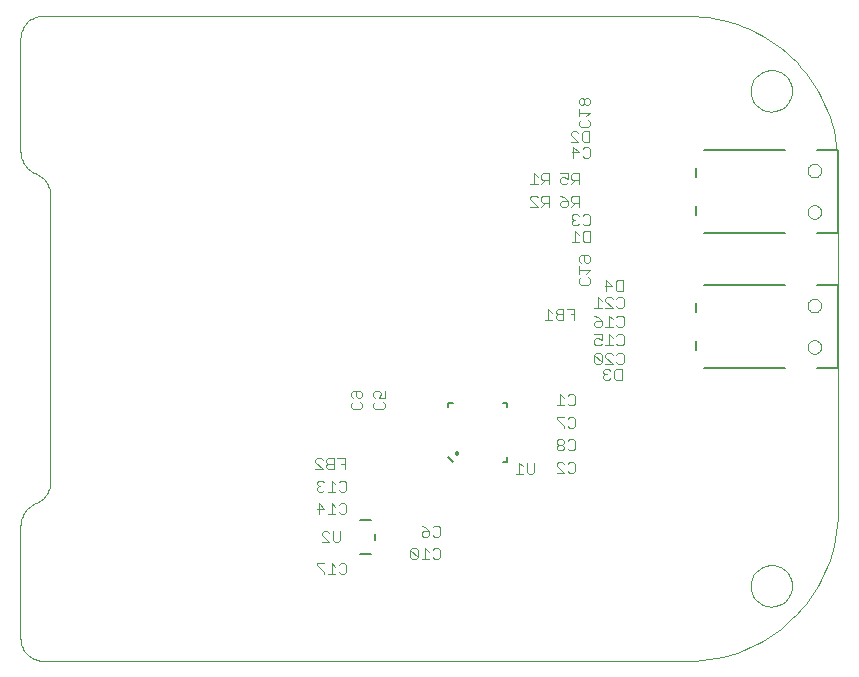
<source format=gbo>
G75*
G70*
%OFA0B0*%
%FSLAX24Y24*%
%IPPOS*%
%LPD*%
%AMOC8*
5,1,8,0,0,1.08239X$1,22.5*
%
%ADD10C,0.0030*%
%ADD11C,0.0080*%
%ADD12C,0.0050*%
%ADD13C,0.0000*%
D10*
X017126Y005849D02*
X017373Y005602D01*
X017373Y005540D01*
X017495Y005540D02*
X017742Y005540D01*
X017618Y005540D02*
X017618Y005910D01*
X017742Y005787D01*
X017863Y005849D02*
X017925Y005910D01*
X018048Y005910D01*
X018110Y005849D01*
X018110Y005602D01*
X018048Y005540D01*
X017925Y005540D01*
X017863Y005602D01*
X017373Y005910D02*
X017126Y005910D01*
X017126Y005849D01*
X017295Y006615D02*
X017542Y006615D01*
X017295Y006862D01*
X017295Y006924D01*
X017357Y006985D01*
X017480Y006985D01*
X017542Y006924D01*
X017663Y006985D02*
X017663Y006677D01*
X017725Y006615D01*
X017848Y006615D01*
X017910Y006677D01*
X017910Y006985D01*
X017925Y007540D02*
X017863Y007602D01*
X017925Y007540D02*
X018048Y007540D01*
X018110Y007602D01*
X018110Y007849D01*
X018048Y007910D01*
X017925Y007910D01*
X017863Y007849D01*
X017742Y007787D02*
X017618Y007910D01*
X017618Y007540D01*
X017495Y007540D02*
X017742Y007540D01*
X017373Y007725D02*
X017126Y007725D01*
X017188Y007540D02*
X017188Y007910D01*
X017373Y007725D01*
X017312Y008290D02*
X017373Y008352D01*
X017312Y008290D02*
X017188Y008290D01*
X017126Y008352D01*
X017126Y008413D01*
X017188Y008475D01*
X017250Y008475D01*
X017188Y008475D02*
X017126Y008537D01*
X017126Y008599D01*
X017188Y008660D01*
X017312Y008660D01*
X017373Y008599D01*
X017618Y008660D02*
X017618Y008290D01*
X017495Y008290D02*
X017742Y008290D01*
X017863Y008352D02*
X017925Y008290D01*
X018048Y008290D01*
X018110Y008352D01*
X018110Y008599D01*
X018048Y008660D01*
X017925Y008660D01*
X017863Y008599D01*
X017742Y008537D02*
X017618Y008660D01*
X017692Y009040D02*
X017507Y009040D01*
X017445Y009102D01*
X017445Y009163D01*
X017507Y009225D01*
X017692Y009225D01*
X017692Y009040D02*
X017692Y009410D01*
X017507Y009410D01*
X017445Y009349D01*
X017445Y009287D01*
X017507Y009225D01*
X017323Y009349D02*
X017262Y009410D01*
X017138Y009410D01*
X017076Y009349D01*
X017076Y009287D01*
X017323Y009040D01*
X017076Y009040D01*
X017813Y009410D02*
X018060Y009410D01*
X018060Y009040D01*
X018060Y009225D02*
X017937Y009225D01*
X018327Y011040D02*
X018265Y011102D01*
X018265Y011225D01*
X018327Y011287D01*
X018327Y011408D02*
X018265Y011470D01*
X018265Y011593D01*
X018327Y011655D01*
X018574Y011655D01*
X018635Y011593D01*
X018635Y011470D01*
X018574Y011408D01*
X018512Y011408D01*
X018450Y011470D01*
X018450Y011655D01*
X019015Y011593D02*
X019015Y011470D01*
X019077Y011408D01*
X019077Y011287D02*
X019015Y011225D01*
X019015Y011102D01*
X019077Y011040D01*
X019324Y011040D01*
X019385Y011102D01*
X019385Y011225D01*
X019324Y011287D01*
X019385Y011408D02*
X019200Y011408D01*
X019262Y011532D01*
X019262Y011593D01*
X019200Y011655D01*
X019077Y011655D01*
X019015Y011593D01*
X019385Y011655D02*
X019385Y011408D01*
X018635Y011225D02*
X018635Y011102D01*
X018574Y011040D01*
X018327Y011040D01*
X018574Y011287D02*
X018635Y011225D01*
X023756Y008890D02*
X024003Y008890D01*
X023880Y008890D02*
X023880Y009260D01*
X024003Y009137D01*
X024125Y009260D02*
X024125Y008952D01*
X024186Y008890D01*
X024310Y008890D01*
X024372Y008952D01*
X024372Y009260D01*
X025120Y009224D02*
X025182Y009285D01*
X025305Y009285D01*
X025367Y009224D01*
X025488Y009224D02*
X025550Y009285D01*
X025673Y009285D01*
X025735Y009224D01*
X025735Y008977D01*
X025673Y008915D01*
X025550Y008915D01*
X025488Y008977D01*
X025367Y008915D02*
X025120Y009162D01*
X025120Y009224D01*
X025120Y008915D02*
X025367Y008915D01*
X025305Y009665D02*
X025367Y009727D01*
X025367Y009788D01*
X025305Y009850D01*
X025367Y009912D01*
X025367Y009974D01*
X025305Y010035D01*
X025182Y010035D01*
X025120Y009974D01*
X025120Y009912D01*
X025182Y009850D01*
X025305Y009850D01*
X025182Y009850D02*
X025120Y009788D01*
X025120Y009727D01*
X025182Y009665D01*
X025305Y009665D01*
X025488Y009727D02*
X025550Y009665D01*
X025673Y009665D01*
X025735Y009727D01*
X025735Y009974D01*
X025673Y010035D01*
X025550Y010035D01*
X025488Y009974D01*
X025550Y010415D02*
X025488Y010477D01*
X025550Y010415D02*
X025673Y010415D01*
X025735Y010477D01*
X025735Y010724D01*
X025673Y010785D01*
X025550Y010785D01*
X025488Y010724D01*
X025367Y010785D02*
X025120Y010785D01*
X025120Y010724D01*
X025367Y010477D01*
X025367Y010415D01*
X025367Y011165D02*
X025120Y011165D01*
X025243Y011165D02*
X025243Y011535D01*
X025367Y011412D01*
X025488Y011474D02*
X025550Y011535D01*
X025673Y011535D01*
X025735Y011474D01*
X025735Y011227D01*
X025673Y011165D01*
X025550Y011165D01*
X025488Y011227D01*
X026670Y012077D02*
X026732Y012015D01*
X026855Y012015D01*
X026917Y012077D01*
X027038Y012077D02*
X027038Y012324D01*
X027100Y012385D01*
X027285Y012385D01*
X027285Y012015D01*
X027100Y012015D01*
X027038Y012077D01*
X026793Y012200D02*
X026732Y012200D01*
X026670Y012138D01*
X026670Y012077D01*
X026732Y012200D02*
X026670Y012262D01*
X026670Y012324D01*
X026732Y012385D01*
X026855Y012385D01*
X026917Y012324D01*
X026992Y012540D02*
X026745Y012540D01*
X026623Y012602D02*
X026376Y012849D01*
X026376Y012602D01*
X026438Y012540D01*
X026562Y012540D01*
X026623Y012602D01*
X026623Y012849D01*
X026562Y012910D01*
X026438Y012910D01*
X026376Y012849D01*
X026745Y012849D02*
X026807Y012910D01*
X026930Y012910D01*
X026992Y012849D01*
X027113Y012849D02*
X027175Y012910D01*
X027298Y012910D01*
X027360Y012849D01*
X027360Y012602D01*
X027298Y012540D01*
X027175Y012540D01*
X027113Y012602D01*
X026992Y012540D02*
X026745Y012787D01*
X026745Y012849D01*
X026745Y013165D02*
X026992Y013165D01*
X026868Y013165D02*
X026868Y013535D01*
X026992Y013412D01*
X027113Y013474D02*
X027175Y013535D01*
X027298Y013535D01*
X027360Y013474D01*
X027360Y013227D01*
X027298Y013165D01*
X027175Y013165D01*
X027113Y013227D01*
X026623Y013227D02*
X026562Y013165D01*
X026438Y013165D01*
X026376Y013227D01*
X026376Y013350D01*
X026438Y013412D01*
X026500Y013412D01*
X026623Y013350D01*
X026623Y013535D01*
X026376Y013535D01*
X026438Y013790D02*
X026376Y013852D01*
X026376Y013913D01*
X026438Y013975D01*
X026623Y013975D01*
X026623Y013852D01*
X026562Y013790D01*
X026438Y013790D01*
X026623Y013975D02*
X026500Y014099D01*
X026376Y014160D01*
X026376Y014415D02*
X026623Y014415D01*
X026745Y014415D02*
X026992Y014415D01*
X026745Y014662D01*
X026745Y014724D01*
X026807Y014785D01*
X026930Y014785D01*
X026992Y014724D01*
X027113Y014724D02*
X027175Y014785D01*
X027298Y014785D01*
X027360Y014724D01*
X027360Y014477D01*
X027298Y014415D01*
X027175Y014415D01*
X027113Y014477D01*
X027175Y014160D02*
X027298Y014160D01*
X027360Y014099D01*
X027360Y013852D01*
X027298Y013790D01*
X027175Y013790D01*
X027113Y013852D01*
X026992Y013790D02*
X026745Y013790D01*
X026868Y013790D02*
X026868Y014160D01*
X026992Y014037D01*
X027113Y014099D02*
X027175Y014160D01*
X026500Y014415D02*
X026500Y014785D01*
X026623Y014662D01*
X026782Y014965D02*
X026782Y015335D01*
X026967Y015150D01*
X026720Y015150D01*
X027088Y015027D02*
X027088Y015274D01*
X027150Y015335D01*
X027335Y015335D01*
X027335Y014965D01*
X027150Y014965D01*
X027088Y015027D01*
X026235Y015247D02*
X026174Y015185D01*
X025927Y015185D01*
X025865Y015247D01*
X025865Y015370D01*
X025927Y015432D01*
X025865Y015553D02*
X025865Y015800D01*
X025865Y015677D02*
X026235Y015677D01*
X026112Y015553D01*
X026174Y015432D02*
X026235Y015370D01*
X026235Y015247D01*
X026174Y015922D02*
X026112Y015922D01*
X026050Y015983D01*
X026050Y016169D01*
X025927Y016169D02*
X026174Y016169D01*
X026235Y016107D01*
X026235Y015983D01*
X026174Y015922D01*
X025927Y015922D02*
X025865Y015983D01*
X025865Y016107D01*
X025927Y016169D01*
X025867Y016615D02*
X025620Y016615D01*
X025743Y016615D02*
X025743Y016985D01*
X025867Y016862D01*
X025988Y016924D02*
X026050Y016985D01*
X026235Y016985D01*
X026235Y016615D01*
X026050Y016615D01*
X025988Y016677D01*
X025988Y016924D01*
X026050Y017165D02*
X025988Y017227D01*
X026050Y017165D02*
X026173Y017165D01*
X026235Y017227D01*
X026235Y017474D01*
X026173Y017535D01*
X026050Y017535D01*
X025988Y017474D01*
X025867Y017474D02*
X025805Y017535D01*
X025682Y017535D01*
X025620Y017474D01*
X025620Y017412D01*
X025682Y017350D01*
X025620Y017288D01*
X025620Y017227D01*
X025682Y017165D01*
X025805Y017165D01*
X025867Y017227D01*
X025743Y017350D02*
X025682Y017350D01*
X025613Y017790D02*
X025737Y017913D01*
X025675Y017913D02*
X025860Y017913D01*
X025860Y017790D02*
X025860Y018160D01*
X025675Y018160D01*
X025613Y018099D01*
X025613Y017975D01*
X025675Y017913D01*
X025492Y017852D02*
X025430Y017790D01*
X025307Y017790D01*
X025245Y017852D01*
X025245Y017913D01*
X025307Y017975D01*
X025492Y017975D01*
X025492Y017852D01*
X025492Y017975D02*
X025368Y018099D01*
X025245Y018160D01*
X025307Y018540D02*
X025430Y018540D01*
X025492Y018602D01*
X025492Y018725D02*
X025368Y018787D01*
X025307Y018787D01*
X025245Y018725D01*
X025245Y018602D01*
X025307Y018540D01*
X025492Y018725D02*
X025492Y018910D01*
X025245Y018910D01*
X025613Y018849D02*
X025613Y018725D01*
X025675Y018663D01*
X025860Y018663D01*
X025860Y018540D02*
X025860Y018910D01*
X025675Y018910D01*
X025613Y018849D01*
X025737Y018663D02*
X025613Y018540D01*
X024860Y018540D02*
X024860Y018910D01*
X024675Y018910D01*
X024613Y018849D01*
X024613Y018725D01*
X024675Y018663D01*
X024860Y018663D01*
X024737Y018663D02*
X024613Y018540D01*
X024492Y018540D02*
X024245Y018540D01*
X024368Y018540D02*
X024368Y018910D01*
X024492Y018787D01*
X024430Y018160D02*
X024492Y018099D01*
X024430Y018160D02*
X024307Y018160D01*
X024245Y018099D01*
X024245Y018037D01*
X024492Y017790D01*
X024245Y017790D01*
X024613Y017790D02*
X024737Y017913D01*
X024675Y017913D02*
X024860Y017913D01*
X024860Y017790D02*
X024860Y018160D01*
X024675Y018160D01*
X024613Y018099D01*
X024613Y017975D01*
X024675Y017913D01*
X025682Y019415D02*
X025682Y019785D01*
X025867Y019600D01*
X025620Y019600D01*
X025988Y019477D02*
X026050Y019415D01*
X026173Y019415D01*
X026235Y019477D01*
X026235Y019724D01*
X026173Y019785D01*
X026050Y019785D01*
X025988Y019724D01*
X026025Y019940D02*
X025963Y020002D01*
X025963Y020249D01*
X026025Y020310D01*
X026210Y020310D01*
X026210Y019940D01*
X026025Y019940D01*
X025842Y019940D02*
X025595Y020187D01*
X025595Y020249D01*
X025657Y020310D01*
X025780Y020310D01*
X025842Y020249D01*
X025927Y020435D02*
X025865Y020497D01*
X025865Y020620D01*
X025927Y020682D01*
X025865Y020803D02*
X025865Y021050D01*
X025865Y020927D02*
X026235Y020927D01*
X026112Y020803D01*
X026174Y020682D02*
X026235Y020620D01*
X026235Y020497D01*
X026174Y020435D01*
X025927Y020435D01*
X025842Y019940D02*
X025595Y019940D01*
X025927Y021172D02*
X025988Y021172D01*
X026050Y021233D01*
X026050Y021357D01*
X025988Y021419D01*
X025927Y021419D01*
X025865Y021357D01*
X025865Y021233D01*
X025927Y021172D01*
X026050Y021233D02*
X026112Y021172D01*
X026174Y021172D01*
X026235Y021233D01*
X026235Y021357D01*
X026174Y021419D01*
X026112Y021419D01*
X026050Y021357D01*
X025710Y014385D02*
X025463Y014385D01*
X025342Y014385D02*
X025157Y014385D01*
X025095Y014324D01*
X025095Y014262D01*
X025157Y014200D01*
X025342Y014200D01*
X025342Y014015D02*
X025342Y014385D01*
X025157Y014200D02*
X025095Y014138D01*
X025095Y014077D01*
X025157Y014015D01*
X025342Y014015D01*
X025587Y014200D02*
X025710Y014200D01*
X025710Y014015D02*
X025710Y014385D01*
X024973Y014262D02*
X024850Y014385D01*
X024850Y014015D01*
X024973Y014015D02*
X024726Y014015D01*
X021173Y007160D02*
X021235Y007099D01*
X021235Y006852D01*
X021173Y006790D01*
X021050Y006790D01*
X020988Y006852D01*
X020867Y006852D02*
X020867Y006975D01*
X020682Y006975D01*
X020620Y006913D01*
X020620Y006852D01*
X020682Y006790D01*
X020805Y006790D01*
X020867Y006852D01*
X020867Y006975D02*
X020743Y007099D01*
X020620Y007160D01*
X020988Y007099D02*
X021050Y007160D01*
X021173Y007160D01*
X021173Y006410D02*
X021235Y006349D01*
X021235Y006102D01*
X021173Y006040D01*
X021050Y006040D01*
X020988Y006102D01*
X020867Y006040D02*
X020620Y006040D01*
X020743Y006040D02*
X020743Y006410D01*
X020867Y006287D01*
X020988Y006349D02*
X021050Y006410D01*
X021173Y006410D01*
X020498Y006349D02*
X020498Y006102D01*
X020251Y006349D01*
X020251Y006102D01*
X020313Y006040D01*
X020437Y006040D01*
X020498Y006102D01*
X020498Y006349D02*
X020437Y006410D01*
X020313Y006410D01*
X020251Y006349D01*
D11*
X019069Y006669D02*
X019069Y006881D01*
X018919Y007335D02*
X018581Y007335D01*
X018581Y006215D02*
X018919Y006215D01*
D12*
X021673Y009291D02*
X021516Y009448D01*
X021752Y009566D02*
X021754Y009578D01*
X021759Y009589D01*
X021768Y009598D01*
X021779Y009603D01*
X021791Y009605D01*
X021803Y009603D01*
X021814Y009598D01*
X021823Y009589D01*
X021828Y009578D01*
X021830Y009566D01*
X021828Y009554D01*
X021823Y009543D01*
X021814Y009534D01*
X021803Y009529D01*
X021791Y009527D01*
X021779Y009529D01*
X021768Y009534D01*
X021759Y009543D01*
X021754Y009554D01*
X021752Y009566D01*
X023327Y009291D02*
X023484Y009291D01*
X023484Y009448D01*
X023484Y011102D02*
X023484Y011259D01*
X023327Y011259D01*
X021673Y011259D02*
X021516Y011259D01*
X021516Y011102D01*
X029776Y013013D02*
X029776Y013308D01*
X030031Y012422D02*
X032728Y012422D01*
X033791Y012422D02*
X034500Y012422D01*
X034500Y015178D01*
X033791Y015178D01*
X032728Y015178D02*
X030031Y015178D01*
X029776Y014587D02*
X029776Y014292D01*
X030031Y016922D02*
X032728Y016922D01*
X033791Y016922D02*
X034500Y016922D01*
X034500Y019678D01*
X033791Y019678D01*
X032728Y019678D02*
X030031Y019678D01*
X029776Y019087D02*
X029776Y018792D01*
X029776Y017808D02*
X029776Y017513D01*
D13*
X007250Y007150D02*
X007250Y003400D01*
X007252Y003346D01*
X007258Y003293D01*
X007267Y003241D01*
X007280Y003189D01*
X007297Y003138D01*
X007318Y003088D01*
X007342Y003041D01*
X007369Y002995D01*
X007400Y002951D01*
X007433Y002909D01*
X007470Y002870D01*
X007509Y002833D01*
X007551Y002800D01*
X007595Y002769D01*
X007641Y002742D01*
X007688Y002718D01*
X007738Y002697D01*
X007789Y002680D01*
X007841Y002667D01*
X007893Y002658D01*
X007946Y002652D01*
X008000Y002650D01*
X029500Y002650D01*
X031587Y005150D02*
X031589Y005202D01*
X031595Y005254D01*
X031605Y005305D01*
X031618Y005355D01*
X031636Y005405D01*
X031657Y005452D01*
X031681Y005498D01*
X031710Y005542D01*
X031741Y005584D01*
X031775Y005623D01*
X031812Y005660D01*
X031852Y005693D01*
X031895Y005724D01*
X031939Y005751D01*
X031985Y005775D01*
X032034Y005795D01*
X032083Y005811D01*
X032134Y005824D01*
X032185Y005833D01*
X032237Y005838D01*
X032289Y005839D01*
X032341Y005836D01*
X032393Y005829D01*
X032444Y005818D01*
X032494Y005804D01*
X032543Y005785D01*
X032590Y005763D01*
X032635Y005738D01*
X032679Y005709D01*
X032720Y005677D01*
X032759Y005642D01*
X032794Y005604D01*
X032827Y005563D01*
X032857Y005521D01*
X032883Y005476D01*
X032906Y005429D01*
X032925Y005380D01*
X032941Y005330D01*
X032953Y005280D01*
X032961Y005228D01*
X032965Y005176D01*
X032965Y005124D01*
X032961Y005072D01*
X032953Y005020D01*
X032941Y004970D01*
X032925Y004920D01*
X032906Y004871D01*
X032883Y004824D01*
X032857Y004779D01*
X032827Y004737D01*
X032794Y004696D01*
X032759Y004658D01*
X032720Y004623D01*
X032679Y004591D01*
X032635Y004562D01*
X032590Y004537D01*
X032543Y004515D01*
X032494Y004496D01*
X032444Y004482D01*
X032393Y004471D01*
X032341Y004464D01*
X032289Y004461D01*
X032237Y004462D01*
X032185Y004467D01*
X032134Y004476D01*
X032083Y004489D01*
X032034Y004505D01*
X031985Y004525D01*
X031939Y004549D01*
X031895Y004576D01*
X031852Y004607D01*
X031812Y004640D01*
X031775Y004677D01*
X031741Y004716D01*
X031710Y004758D01*
X031681Y004802D01*
X031657Y004848D01*
X031636Y004895D01*
X031618Y004945D01*
X031605Y004995D01*
X031595Y005046D01*
X031589Y005098D01*
X031587Y005150D01*
X029500Y002650D02*
X029738Y002656D01*
X029975Y002673D01*
X030212Y002701D01*
X030446Y002740D01*
X030679Y002791D01*
X030909Y002853D01*
X031135Y002925D01*
X031358Y003008D01*
X031577Y003102D01*
X031791Y003206D01*
X032000Y003320D01*
X032203Y003444D01*
X032400Y003577D01*
X032591Y003720D01*
X032774Y003871D01*
X032950Y004031D01*
X033119Y004200D01*
X033279Y004376D01*
X033430Y004559D01*
X033573Y004750D01*
X033706Y004947D01*
X033830Y005150D01*
X033944Y005359D01*
X034048Y005573D01*
X034142Y005792D01*
X034225Y006015D01*
X034297Y006241D01*
X034359Y006471D01*
X034410Y006704D01*
X034449Y006938D01*
X034477Y007175D01*
X034494Y007412D01*
X034500Y007650D01*
X034500Y019150D01*
X033487Y018989D02*
X033489Y019018D01*
X033495Y019047D01*
X033504Y019075D01*
X033517Y019102D01*
X033534Y019127D01*
X033553Y019149D01*
X033575Y019168D01*
X033600Y019185D01*
X033627Y019198D01*
X033655Y019207D01*
X033684Y019213D01*
X033713Y019215D01*
X033742Y019213D01*
X033771Y019207D01*
X033799Y019198D01*
X033826Y019185D01*
X033851Y019168D01*
X033873Y019149D01*
X033892Y019127D01*
X033909Y019102D01*
X033922Y019075D01*
X033931Y019047D01*
X033937Y019018D01*
X033939Y018989D01*
X033937Y018960D01*
X033931Y018931D01*
X033922Y018903D01*
X033909Y018876D01*
X033892Y018851D01*
X033873Y018829D01*
X033851Y018810D01*
X033826Y018793D01*
X033799Y018780D01*
X033771Y018771D01*
X033742Y018765D01*
X033713Y018763D01*
X033684Y018765D01*
X033655Y018771D01*
X033627Y018780D01*
X033600Y018793D01*
X033575Y018810D01*
X033553Y018829D01*
X033534Y018851D01*
X033517Y018876D01*
X033504Y018903D01*
X033495Y018931D01*
X033489Y018960D01*
X033487Y018989D01*
X033487Y017611D02*
X033489Y017640D01*
X033495Y017669D01*
X033504Y017697D01*
X033517Y017724D01*
X033534Y017749D01*
X033553Y017771D01*
X033575Y017790D01*
X033600Y017807D01*
X033627Y017820D01*
X033655Y017829D01*
X033684Y017835D01*
X033713Y017837D01*
X033742Y017835D01*
X033771Y017829D01*
X033799Y017820D01*
X033826Y017807D01*
X033851Y017790D01*
X033873Y017771D01*
X033892Y017749D01*
X033909Y017724D01*
X033922Y017697D01*
X033931Y017669D01*
X033937Y017640D01*
X033939Y017611D01*
X033937Y017582D01*
X033931Y017553D01*
X033922Y017525D01*
X033909Y017498D01*
X033892Y017473D01*
X033873Y017451D01*
X033851Y017432D01*
X033826Y017415D01*
X033799Y017402D01*
X033771Y017393D01*
X033742Y017387D01*
X033713Y017385D01*
X033684Y017387D01*
X033655Y017393D01*
X033627Y017402D01*
X033600Y017415D01*
X033575Y017432D01*
X033553Y017451D01*
X033534Y017473D01*
X033517Y017498D01*
X033504Y017525D01*
X033495Y017553D01*
X033489Y017582D01*
X033487Y017611D01*
X034500Y019150D02*
X034494Y019388D01*
X034477Y019625D01*
X034449Y019862D01*
X034410Y020096D01*
X034359Y020329D01*
X034297Y020559D01*
X034225Y020785D01*
X034142Y021008D01*
X034048Y021227D01*
X033944Y021441D01*
X033830Y021650D01*
X033706Y021853D01*
X033573Y022050D01*
X033430Y022241D01*
X033279Y022424D01*
X033119Y022600D01*
X032950Y022769D01*
X032774Y022929D01*
X032591Y023080D01*
X032400Y023223D01*
X032203Y023356D01*
X032000Y023480D01*
X031791Y023594D01*
X031577Y023698D01*
X031358Y023792D01*
X031135Y023875D01*
X030909Y023947D01*
X030679Y024009D01*
X030446Y024060D01*
X030212Y024099D01*
X029975Y024127D01*
X029738Y024144D01*
X029500Y024150D01*
X008000Y024150D01*
X007946Y024148D01*
X007893Y024142D01*
X007841Y024133D01*
X007789Y024120D01*
X007738Y024103D01*
X007688Y024082D01*
X007641Y024058D01*
X007595Y024031D01*
X007551Y024000D01*
X007509Y023967D01*
X007470Y023930D01*
X007433Y023891D01*
X007400Y023849D01*
X007369Y023805D01*
X007342Y023759D01*
X007318Y023712D01*
X007297Y023662D01*
X007280Y023611D01*
X007267Y023559D01*
X007258Y023507D01*
X007252Y023454D01*
X007250Y023400D01*
X007250Y019650D01*
X007252Y019594D01*
X007258Y019538D01*
X007267Y019482D01*
X007281Y019428D01*
X007298Y019374D01*
X007319Y019322D01*
X007343Y019272D01*
X007371Y019223D01*
X007403Y019176D01*
X007437Y019131D01*
X007474Y019089D01*
X007514Y019050D01*
X007557Y019014D01*
X007602Y018980D01*
X007650Y018950D01*
X007699Y018923D01*
X007750Y018900D01*
X007801Y018877D01*
X007850Y018850D01*
X007898Y018820D01*
X007943Y018786D01*
X007986Y018750D01*
X008026Y018711D01*
X008063Y018669D01*
X008097Y018624D01*
X008129Y018577D01*
X008157Y018528D01*
X008181Y018478D01*
X008202Y018426D01*
X008219Y018372D01*
X008233Y018318D01*
X008242Y018262D01*
X008248Y018206D01*
X008250Y018150D01*
X008250Y008650D01*
X008248Y008594D01*
X008242Y008538D01*
X008233Y008482D01*
X008219Y008428D01*
X008202Y008374D01*
X008181Y008322D01*
X008157Y008272D01*
X008129Y008223D01*
X008097Y008176D01*
X008063Y008131D01*
X008026Y008089D01*
X007986Y008050D01*
X007943Y008014D01*
X007898Y007980D01*
X007850Y007950D01*
X007801Y007923D01*
X007750Y007900D01*
X007699Y007877D01*
X007650Y007850D01*
X007602Y007820D01*
X007557Y007786D01*
X007514Y007750D01*
X007474Y007711D01*
X007437Y007669D01*
X007403Y007624D01*
X007371Y007577D01*
X007343Y007528D01*
X007319Y007478D01*
X007298Y007426D01*
X007281Y007372D01*
X007267Y007318D01*
X007258Y007262D01*
X007252Y007206D01*
X007250Y007150D01*
X031587Y021650D02*
X031589Y021702D01*
X031595Y021754D01*
X031605Y021805D01*
X031618Y021855D01*
X031636Y021905D01*
X031657Y021952D01*
X031681Y021998D01*
X031710Y022042D01*
X031741Y022084D01*
X031775Y022123D01*
X031812Y022160D01*
X031852Y022193D01*
X031895Y022224D01*
X031939Y022251D01*
X031985Y022275D01*
X032034Y022295D01*
X032083Y022311D01*
X032134Y022324D01*
X032185Y022333D01*
X032237Y022338D01*
X032289Y022339D01*
X032341Y022336D01*
X032393Y022329D01*
X032444Y022318D01*
X032494Y022304D01*
X032543Y022285D01*
X032590Y022263D01*
X032635Y022238D01*
X032679Y022209D01*
X032720Y022177D01*
X032759Y022142D01*
X032794Y022104D01*
X032827Y022063D01*
X032857Y022021D01*
X032883Y021976D01*
X032906Y021929D01*
X032925Y021880D01*
X032941Y021830D01*
X032953Y021780D01*
X032961Y021728D01*
X032965Y021676D01*
X032965Y021624D01*
X032961Y021572D01*
X032953Y021520D01*
X032941Y021470D01*
X032925Y021420D01*
X032906Y021371D01*
X032883Y021324D01*
X032857Y021279D01*
X032827Y021237D01*
X032794Y021196D01*
X032759Y021158D01*
X032720Y021123D01*
X032679Y021091D01*
X032635Y021062D01*
X032590Y021037D01*
X032543Y021015D01*
X032494Y020996D01*
X032444Y020982D01*
X032393Y020971D01*
X032341Y020964D01*
X032289Y020961D01*
X032237Y020962D01*
X032185Y020967D01*
X032134Y020976D01*
X032083Y020989D01*
X032034Y021005D01*
X031985Y021025D01*
X031939Y021049D01*
X031895Y021076D01*
X031852Y021107D01*
X031812Y021140D01*
X031775Y021177D01*
X031741Y021216D01*
X031710Y021258D01*
X031681Y021302D01*
X031657Y021348D01*
X031636Y021395D01*
X031618Y021445D01*
X031605Y021495D01*
X031595Y021546D01*
X031589Y021598D01*
X031587Y021650D01*
X033487Y014489D02*
X033489Y014518D01*
X033495Y014547D01*
X033504Y014575D01*
X033517Y014602D01*
X033534Y014627D01*
X033553Y014649D01*
X033575Y014668D01*
X033600Y014685D01*
X033627Y014698D01*
X033655Y014707D01*
X033684Y014713D01*
X033713Y014715D01*
X033742Y014713D01*
X033771Y014707D01*
X033799Y014698D01*
X033826Y014685D01*
X033851Y014668D01*
X033873Y014649D01*
X033892Y014627D01*
X033909Y014602D01*
X033922Y014575D01*
X033931Y014547D01*
X033937Y014518D01*
X033939Y014489D01*
X033937Y014460D01*
X033931Y014431D01*
X033922Y014403D01*
X033909Y014376D01*
X033892Y014351D01*
X033873Y014329D01*
X033851Y014310D01*
X033826Y014293D01*
X033799Y014280D01*
X033771Y014271D01*
X033742Y014265D01*
X033713Y014263D01*
X033684Y014265D01*
X033655Y014271D01*
X033627Y014280D01*
X033600Y014293D01*
X033575Y014310D01*
X033553Y014329D01*
X033534Y014351D01*
X033517Y014376D01*
X033504Y014403D01*
X033495Y014431D01*
X033489Y014460D01*
X033487Y014489D01*
X033487Y013111D02*
X033489Y013140D01*
X033495Y013169D01*
X033504Y013197D01*
X033517Y013224D01*
X033534Y013249D01*
X033553Y013271D01*
X033575Y013290D01*
X033600Y013307D01*
X033627Y013320D01*
X033655Y013329D01*
X033684Y013335D01*
X033713Y013337D01*
X033742Y013335D01*
X033771Y013329D01*
X033799Y013320D01*
X033826Y013307D01*
X033851Y013290D01*
X033873Y013271D01*
X033892Y013249D01*
X033909Y013224D01*
X033922Y013197D01*
X033931Y013169D01*
X033937Y013140D01*
X033939Y013111D01*
X033937Y013082D01*
X033931Y013053D01*
X033922Y013025D01*
X033909Y012998D01*
X033892Y012973D01*
X033873Y012951D01*
X033851Y012932D01*
X033826Y012915D01*
X033799Y012902D01*
X033771Y012893D01*
X033742Y012887D01*
X033713Y012885D01*
X033684Y012887D01*
X033655Y012893D01*
X033627Y012902D01*
X033600Y012915D01*
X033575Y012932D01*
X033553Y012951D01*
X033534Y012973D01*
X033517Y012998D01*
X033504Y013025D01*
X033495Y013053D01*
X033489Y013082D01*
X033487Y013111D01*
M02*

</source>
